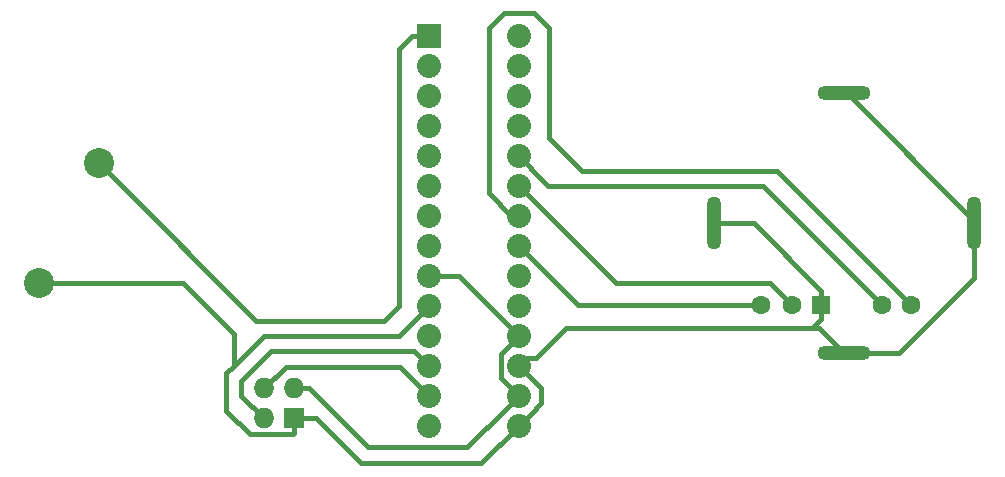
<source format=gbr>
G04 #@! TF.FileFunction,Copper,L2,Bot,Signal*
%FSLAX46Y46*%
G04 Gerber Fmt 4.6, Leading zero omitted, Abs format (unit mm)*
G04 Created by KiCad (PCBNEW 4.0.2-stable) date 08/08/2016 20:26:41*
%MOMM*%
G01*
G04 APERTURE LIST*
%ADD10C,0.100000*%
%ADD11O,4.500000X1.250000*%
%ADD12O,1.250000X4.500000*%
%ADD13R,1.600000X1.600000*%
%ADD14C,1.600000*%
%ADD15R,1.727200X1.727200*%
%ADD16O,1.727200X1.727200*%
%ADD17C,2.540000*%
%ADD18R,2.032000X2.032000*%
%ADD19C,2.032000*%
%ADD20C,0.400000*%
G04 APERTURE END LIST*
D10*
D11*
X146890000Y-52500000D03*
X146890000Y-74500000D03*
D12*
X157890000Y-63500000D03*
X135890000Y-63500000D03*
D13*
X144990000Y-70400000D03*
D14*
X142490000Y-70400000D03*
X139890000Y-70400000D03*
X150090000Y-70400000D03*
X152590000Y-70400000D03*
D15*
X100330000Y-80010000D03*
D16*
X97790000Y-80010000D03*
X100330000Y-77470000D03*
X97790000Y-77470000D03*
D17*
X83820000Y-58420000D03*
X78740000Y-68580000D03*
D18*
X111760000Y-47625000D03*
D19*
X111760000Y-50165000D03*
X111760000Y-52705000D03*
X111760000Y-55245000D03*
X111760000Y-57785000D03*
X111760000Y-60325000D03*
X111760000Y-62865000D03*
X111760000Y-65405000D03*
X111760000Y-67945000D03*
X111760000Y-70485000D03*
X111760000Y-73025000D03*
X111760000Y-75565000D03*
X111760000Y-78105000D03*
X111760000Y-80645000D03*
X119380000Y-80645000D03*
X119380000Y-78105000D03*
X119380000Y-75565000D03*
X119380000Y-73025000D03*
X119380000Y-70485000D03*
X119380000Y-67945000D03*
X119380000Y-65405000D03*
X119380000Y-62865000D03*
X119380000Y-60325000D03*
X119380000Y-57785000D03*
X119380000Y-55245000D03*
X119380000Y-52705000D03*
X119380000Y-50165000D03*
X119380000Y-47625000D03*
D20*
X111760000Y-70485000D02*
X109220000Y-73025000D01*
X97790000Y-73025000D02*
X95250000Y-75565000D01*
X109220000Y-73025000D02*
X97790000Y-73025000D01*
X144145000Y-72390000D02*
X123395000Y-72390000D01*
X123395000Y-72390000D02*
X120855000Y-74930000D01*
X120015000Y-74930000D02*
X119380000Y-75565000D01*
X120855000Y-74930000D02*
X120015000Y-74930000D01*
X119380000Y-80645000D02*
X116205000Y-83820000D01*
X116205000Y-83820000D02*
X106045000Y-83820000D01*
X106045000Y-83820000D02*
X102235000Y-80010000D01*
X102235000Y-80010000D02*
X100330000Y-80010000D01*
X95250000Y-75565000D02*
X94615000Y-76200000D01*
X94615000Y-76200000D02*
X94615000Y-79375000D01*
X94615000Y-79375000D02*
X96613601Y-81373601D01*
X100229999Y-81373601D02*
X100330000Y-81273600D01*
X96613601Y-81373601D02*
X100229999Y-81373601D01*
X100330000Y-81273600D02*
X100330000Y-80010000D01*
X95250000Y-72858093D02*
X95250000Y-75565000D01*
X78740000Y-68580000D02*
X90971907Y-68580000D01*
X90971907Y-68580000D02*
X95250000Y-72858093D01*
X144990000Y-70400000D02*
X144990000Y-71600000D01*
X144200000Y-72390000D02*
X144145000Y-72390000D01*
X144990000Y-71600000D02*
X144200000Y-72390000D01*
X146890000Y-74500000D02*
X144780000Y-72390000D01*
X144780000Y-72390000D02*
X144145000Y-72390000D01*
X146890000Y-74500000D02*
X151560000Y-74500000D01*
X151560000Y-74500000D02*
X157890000Y-68170000D01*
X157890000Y-68170000D02*
X157890000Y-66675000D01*
X157890000Y-66675000D02*
X157890000Y-63500000D01*
X146890000Y-52500000D02*
X147115000Y-52500000D01*
X147115000Y-52500000D02*
X157890000Y-63275000D01*
X157890000Y-63275000D02*
X157890000Y-63500000D01*
X119380000Y-75565000D02*
X121285000Y-77470000D01*
X121285000Y-77470000D02*
X121285000Y-78740000D01*
X121285000Y-78740000D02*
X120395999Y-79629001D01*
X120395999Y-79629001D02*
X119380000Y-80645000D01*
X144990000Y-70400000D02*
X144990000Y-69200000D01*
X144990000Y-69200000D02*
X139290000Y-63500000D01*
X139290000Y-63500000D02*
X136915000Y-63500000D01*
X136915000Y-63500000D02*
X135890000Y-63500000D01*
X145265000Y-74500000D02*
X146890000Y-74500000D01*
X97790000Y-80010000D02*
X95885000Y-78105000D01*
X110490000Y-74295000D02*
X111760000Y-75565000D01*
X95885000Y-78105000D02*
X95885000Y-76835000D01*
X95885000Y-76835000D02*
X98425000Y-74295000D01*
X98425000Y-74295000D02*
X110490000Y-74295000D01*
X100330000Y-77470000D02*
X101600000Y-77470000D01*
X101600000Y-77470000D02*
X106614989Y-82484989D01*
X106614989Y-82484989D02*
X115000011Y-82484989D01*
X115000011Y-82484989D02*
X118364001Y-79120999D01*
X118364001Y-79120999D02*
X119380000Y-78105000D01*
X119380000Y-78105000D02*
X117863999Y-76588999D01*
X117863999Y-76588999D02*
X117863999Y-74541001D01*
X118364001Y-74040999D02*
X119380000Y-73025000D01*
X117863999Y-74541001D02*
X118364001Y-74040999D01*
X111760000Y-67945000D02*
X114300000Y-67945000D01*
X114300000Y-67945000D02*
X119380000Y-73025000D01*
X97790000Y-77470000D02*
X99629989Y-75630011D01*
X109285011Y-75630011D02*
X110744001Y-77089001D01*
X99629989Y-75630011D02*
X109285011Y-75630011D01*
X110744001Y-77089001D02*
X111760000Y-78105000D01*
X111760000Y-47625000D02*
X110344000Y-47625000D01*
X110344000Y-47625000D02*
X109220000Y-48749000D01*
X109220000Y-48749000D02*
X109220000Y-70485000D01*
X109220000Y-70485000D02*
X107950000Y-71755000D01*
X107950000Y-71755000D02*
X97155000Y-71755000D01*
X97155000Y-71755000D02*
X85089999Y-59689999D01*
X85089999Y-59689999D02*
X83820000Y-58420000D01*
X119380000Y-60325000D02*
X127635000Y-68580000D01*
X127635000Y-68580000D02*
X140670000Y-68580000D01*
X141690001Y-69600001D02*
X142490000Y-70400000D01*
X140670000Y-68580000D02*
X141690001Y-69600001D01*
X139890000Y-70400000D02*
X124375000Y-70400000D01*
X124375000Y-70400000D02*
X119380000Y-65405000D01*
X120395999Y-58800999D02*
X119380000Y-57785000D01*
X121840035Y-60325000D02*
X120395999Y-58880964D01*
X150090000Y-70400000D02*
X140015000Y-60325000D01*
X140015000Y-60325000D02*
X121840035Y-60325000D01*
X120395999Y-58880964D02*
X120395999Y-58800999D01*
X119380000Y-62865000D02*
X118745000Y-62865000D01*
X141245000Y-59055000D02*
X152590000Y-70400000D01*
X118745000Y-62865000D02*
X116840000Y-60960000D01*
X116840000Y-60960000D02*
X116840000Y-46990000D01*
X116840000Y-46990000D02*
X118110000Y-45720000D01*
X118110000Y-45720000D02*
X120650000Y-45720000D01*
X120650000Y-45720000D02*
X121920000Y-46990000D01*
X121920000Y-46990000D02*
X121920000Y-56240000D01*
X121920000Y-56240000D02*
X124735000Y-59055000D01*
X124735000Y-59055000D02*
X141245000Y-59055000D01*
M02*

</source>
